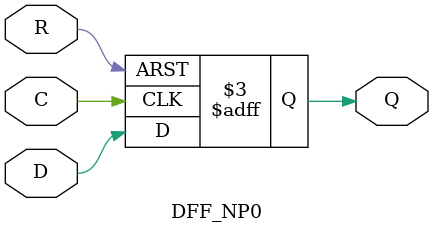
<source format=v>
 
 `timescale 1 ns / 1ns
 
 module bufg #(parameter tphl = 0, tplh = 0)
     (out1,in1);               
 input in1;
 output out1;
  
	bufif1 #(tplh, tphl) inst(out1, in1, 1'b1);
    
 endmodule

 /////////////////////////////////////////////////////////////////////////////////////
 //    Not
 /////////////////////////////////////////////////////////////////////////////////////
 
 `timescale 1 ns / 1ns
 
 module notg #(parameter tphl = 0, tplh = 0)
     (out1,in1);             
 input in1;
 output out1;
  
	not #(tplh, tphl) inst (out1, in1);
    
 endmodule

 /////////////////////////////////////////////////////////////////////////////////////
 //    And: Parametrized on the number of inputs      
 /////////////////////////////////////////////////////////////////////////////////////
 
 `timescale 1 ns / 1ns
 
module and_n
    #(parameter n = 2, tphl = 0, tplh = 0)
    (out1,in1);           
input [n-1:0] in1;
output out1;
wire [n-2:0] mwire;

genvar i;

	and and_0 (mwire [0], in1 [0], in1 [1]);

  generate
    for (i=1; i <= n-2; i=i+1) begin : AND_N
       and inst (mwire [i], mwire [i-1], in1 [i+1]);
    end
  endgenerate
	bufif1 #(tplh, tphl) inst(out1, mwire [n-2], 1'b1);	
	
endmodule

/////////////////////////////////////////////////////////////////////////////////////
//    Or: Parametrized on the number of inputs       
/////////////////////////////////////////////////////////////////////////////////////

`timescale 1 ns / 1ns
 
module or_n
    #(parameter n = 2, tphl = 0, tplh = 0)
    (out1,in1);             
input [n-1:0] in1;
output out1;
wire [n-2:0] mwire;

genvar i;

	or or_0 (mwire [0], in1 [0], in1 [1]);

  generate
    for (i=1; i <= n-2; i=i+1) begin : OR_N
       or inst (mwire [i], mwire [i-1], in1 [i+1]);
    end
  endgenerate
	bufif1 #(tplh, tphl) inst(out1, mwire [n-2], 1'b1);	
   
endmodule

/////////////////////////////////////////////////////////////////////////////////////
//    Nand: Parametrized on the number of inputs       
/////////////////////////////////////////////////////////////////////////////////////

`timescale 1 ns / 1ns
 
module nand_n
    #(parameter n = 2, tphl = 0, tplh = 0)
    (out1,in1);               
input [n-1:0] in1;
output out1;
wire [n-2:0] mwire;

genvar i;

	and and_0 (mwire [0], in1 [0], in1 [1]);

  generate
    for (i=1; i <= n-2; i=i+1) begin : NAND_N
       and inst (mwire [i], mwire [i-1], in1 [i+1]);
    end
  endgenerate
	not #(tplh, tphl) inst(out1, mwire [n-2]);	

endmodule

/////////////////////////////////////////////////////////////////////////////////////
//    Nor: Parametrized on the number of inputs       
/////////////////////////////////////////////////////////////////////////////////////

`timescale 1 ns / 1ns
 
module nor_n
    #(parameter n = 2, tphl = 0, tplh = 0)
    (out1,in1);              
input [n-1:0] in1;
output out1;
wire [n-2:0] mwire;

genvar i;

	or nor_0 (mwire [0], in1 [0], in1 [1]);

  generate
    for (i=1; i <= n-2; i=i+1) begin : NOR_N
       or inst (mwire [i], mwire [i-1], in1 [i+1]);
    end
  endgenerate
	not #(tplh, tphl) inst(out1, mwire [n-2]);	
      
endmodule

/////////////////////////////////////////////////////////////////////////////////////
//    Xor: Parametrized on the number of inputs       
/////////////////////////////////////////////////////////////////////////////////////

`timescale 1 ns / 1ns
 
module xor_n
    #(parameter n = 2, tphl = 0, tplh = 0)
    (out1,in1);              
input [n-1:0] in1;
output out1;
wire [n-2:0] mwire;

genvar i;

	xor xor_0 (mwire [0], in1 [0], in1 [1]);

  generate
    for (i=1; i <= n-2; i=i+1) begin : XOR_N
       xor inst (mwire [i], mwire [i-1], in1 [i+1]);
    end
  endgenerate
	bufif1 #(tplh, tphl) inst(out1, mwire [n-2], 1'b1);	
   
endmodule

/////////////////////////////////////////////////////////////////////////////////////
//    Xnor: Parametrized on the number of inputs       
/////////////////////////////////////////////////////////////////////////////////////

`timescale 1 ns / 1ns
 
module xnor_n
    #(parameter n = 2, tphl = 0, tplh = 0)
    (out1,in1);              
input [n-1:0] in1;
output out1;
wire [n-2:0] mwire;

genvar i;

	xor xnor_0 (mwire [0], in1 [0], in1 [1]);

  generate
    for (i=1; i <= n-2; i=i+1) begin : XNOR_N
       xor inst (mwire [i], mwire [i-1], in1 [i+1]);
    end
  endgenerate
	not #(tplh, tphl) inst(out1, mwire [n-2]);	
    
endmodule

/////////////////////////////////////////////////////////////////////////////////////
//    Fan_Out: Parametrized on the number of inputs       
/////////////////////////////////////////////////////////////////////////////////////

`timescale 1 ns / 1ns
 
module fanout_n
    #(parameter n = 2,tphl = 3, tplh = 5)
    (in1, out1);
input in1;
output [n-1 :0] out1;
genvar i;

  generate
    for (i=0; i < n; i=i+1) begin : fanout
       bufif1 #(tplh, tphl) inst (out1 [i], in1, 1'b1);
    end
  endgenerate		
   
endmodule

/////////////////////////////////////////////////////////////////////////////////////
//    Primary Input      
/////////////////////////////////////////////////////////////////////////////////////

`timescale 1 ns / 1ns
 
module pin #(parameter n = 1)
    (in1, out1);
input [n-1:0] in1;
output [n-1:0] out1;

genvar i;

  generate
    for (i=0; i < n; i=i+1) begin : PI
       bufif1 inst (out1 [i], in1[i], 1'b1);
    end
  endgenerate

endmodule

/////////////////////////////////////////////////////////////////////////////////////
//    Primary Output      
/////////////////////////////////////////////////////////////////////////////////////

`timescale 1 ns / 1ns
 
module pout #(parameter n = 1)
    (in1, out1);
input [n-1:0] in1;
output [n-1:0] out1;

genvar i;

  generate
    for (i=0; i < n; i=i+1) begin : PO
       bufif1 inst (out1 [i], in1[i], 1'b1);
    end
  endgenerate
   
endmodule

/////////////////////////////////////////////////////////////////////////////////////
//    D Flip Flop 
/////////////////////////////////////////////////////////////////////////////////////
module dff 
#(parameter tphl = 0, tplh = 0)
(Q, D, C, CLR, PRE, CE, NbarT, Si, global_reset); 

input D, C, CLR, PRE, CE, NbarT, Si, global_reset; 
output reg Q; 
reg val; 


always @(posedge C or posedge PRE or posedge CLR or posedge global_reset) begin
	if(CLR || global_reset)
		val = 1'b0;
	else	if(PRE)
		val = 1'b1;
	else	if(NbarT)
		val = Si; 
	else	if(CE)	val = D; 
end
   
always@(posedge val) #tplh Q =  val;
always@(negedge val) #tphl Q =  val;    
endmodule

/////////////////////////////////////////////////////////////////////////////////////
//    latch
/////////////////////////////////////////////////////////////////////////////////////


module \$_DLATCH_P_ (E, D, Q);

parameter WIDTH = 1;
parameter E_POLARITY = 1'b1;

input E;
input [WIDTH-1:0] D;
output reg [WIDTH-1:0] Q;

always @* begin
        if (E == E_POLARITY)
                Q = D;
end

endmodule

module DFF_NP1 (D, C, R, Q);
input D, C, R;
output reg Q;
always @(negedge C or posedge R) begin
	if (R == 1)
		Q <= 1;
	else
		Q <= D;
end
endmodule

module DFF_NP0 (D, C, R, Q);
input D, C, R;
output reg Q;
always @(negedge C or posedge R) begin
	if (R == 1)
		Q <= 0;
	else
		Q <= D;
end
endmodule
</source>
